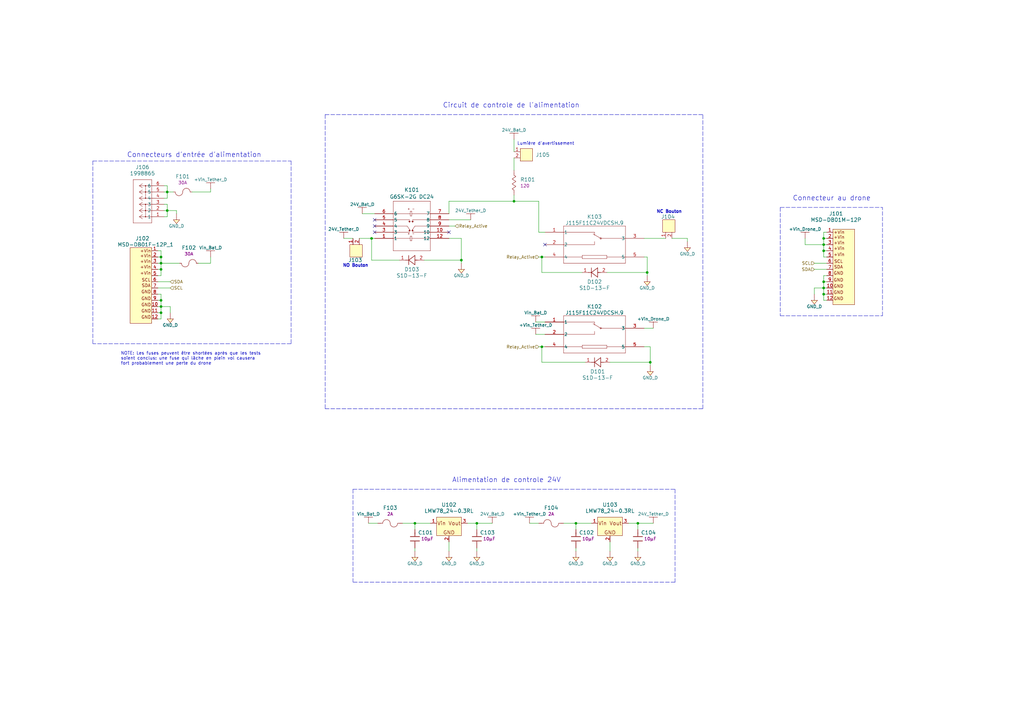
<source format=kicad_sch>
(kicad_sch (version 20230121) (generator eeschema)
  (paper "A3")
  (lib_symbols
    (symbol "Capacitors:GRM32EC72A106ME05L" (pin_numbers hide) (pin_names (offset 0) hide)
      (property "Reference" "C" (at -1.27 4.064 0))
      (property "Capacitance (Farad)" "10µF" (at -1.27 -3.048 0))
      (symbol "GRM32EC72A106ME05L_0_1"
        (polyline (pts (xy -2.54 0) (xy -2.286 0)))
        (polyline (pts (xy -2.159 1.905) (xy -2.159 -1.905)) (stroke (width 0.254)))
        (polyline (pts (xy -0.381 1.905) (xy -0.381 -1.905)) (stroke (width 0.254)))
        (polyline (pts (xy 0 0) (xy -0.254 0)))
        (polyline (pts (xy 0.635 0) (xy 1.27 0)))
      )
      (symbol "GRM32EC72A106ME05L_1_1"
        (pin passive line (at -5.08 0 0) (length 2.54) (name "1") (number "1"))
        (pin passive line (at 2.54 0 180) (length 2.54) (name "2") (number "2"))
      )
    )
    (symbol "Connectors:1998865" (pin_names (offset 0.254))
      (property "Reference" "J" (at 8.89 6.35 0))
      (property "Value" "1998865" (at 8.89 8.382 0))
      (symbol "1998865_0_1"
        (polyline (pts (xy 5.08 -15.24) (xy 12.7 -15.24)) (stroke (width 0.127)))
        (polyline (pts (xy 5.08 2.54) (xy 5.08 -15.24)) (stroke (width 0.127)))
        (polyline (pts (xy 7.62 -7.62) (xy 7.62 -12.7)) (stroke (width 0.127)))
        (polyline (pts (xy 7.62 0) (xy 7.62 -5.08)) (stroke (width 0.127)))
        (polyline (pts (xy 10.16 -12.7) (xy 5.08 -12.7)) (stroke (width 0.127)))
        (polyline (pts (xy 10.16 -12.7) (xy 8.89 -13.5467)) (stroke (width 0.127)))
        (polyline (pts (xy 10.16 -12.7) (xy 8.89 -11.8533)) (stroke (width 0.127)))
        (polyline (pts (xy 10.16 -10.16) (xy 5.08 -10.16)) (stroke (width 0.127)))
        (polyline (pts (xy 10.16 -10.16) (xy 8.89 -11.0067)) (stroke (width 0.127)))
        (polyline (pts (xy 10.16 -10.16) (xy 8.89 -9.3133)) (stroke (width 0.127)))
        (polyline (pts (xy 10.16 -7.62) (xy 5.08 -7.62)) (stroke (width 0.127)))
        (polyline (pts (xy 10.16 -7.62) (xy 8.89 -8.4667)) (stroke (width 0.127)))
        (polyline (pts (xy 10.16 -7.62) (xy 8.89 -6.7733)) (stroke (width 0.127)))
        (polyline (pts (xy 10.16 -5.08) (xy 5.08 -5.08)) (stroke (width 0.127)))
        (polyline (pts (xy 10.16 -5.08) (xy 8.89 -5.9267)) (stroke (width 0.127)))
        (polyline (pts (xy 10.16 -5.08) (xy 8.89 -4.2333)) (stroke (width 0.127)))
        (polyline (pts (xy 10.16 -2.54) (xy 5.08 -2.54)) (stroke (width 0.127)))
        (polyline (pts (xy 10.16 -2.54) (xy 8.89 -3.3867)) (stroke (width 0.127)))
        (polyline (pts (xy 10.16 -2.54) (xy 8.89 -1.6933)) (stroke (width 0.127)))
        (polyline (pts (xy 10.16 0) (xy 5.08 0)) (stroke (width 0.127)))
        (polyline (pts (xy 10.16 0) (xy 8.89 -0.8467)) (stroke (width 0.127)))
        (polyline (pts (xy 10.16 0) (xy 8.89 0.8467)) (stroke (width 0.127)))
        (polyline (pts (xy 12.7 -15.24) (xy 12.7 2.54)) (stroke (width 0.127)))
        (polyline (pts (xy 12.7 2.54) (xy 5.08 2.54)) (stroke (width 0.127)))
        (circle (center 7.62 -12.7) (radius 0.127) (stroke (width 0.254)))
        (circle (center 7.62 -10.16) (radius 0.127) (stroke (width 0.254)))
        (circle (center 7.62 -7.62) (radius 0.127) (stroke (width 0.254)))
        (circle (center 7.62 -5.08) (radius 0.127) (stroke (width 0.254)))
        (circle (center 7.62 -2.54) (radius 0.127) (stroke (width 0.254)))
        (circle (center 7.62 0) (radius 0.127) (stroke (width 0.254)))
        (pin unspecified line (at 0 0 0) (length 5.08) (name "1") (number "1"))
        (pin unspecified line (at 0 -2.54 0) (length 5.08) (name "2") (number "2"))
        (pin unspecified line (at 0 -5.08 0) (length 5.08) (name "3") (number "3"))
        (pin unspecified line (at 0 -7.62 0) (length 5.08) (name "4") (number "4"))
        (pin unspecified line (at 0 -10.16 0) (length 5.08) (name "5") (number "5"))
        (pin unspecified line (at 0 -12.7 0) (length 5.08) (name "6") (number "6"))
      )
    )
    (symbol "Connectors:64900221122" (pin_names (offset 0) hide)
      (property "Reference" "J" (at 0 5.08 0))
      (property "Value" "64900221122" (at 0 -3.81 0))
      (symbol "64900221122_0_1"
        (rectangle (start -2.54 3.81) (end 2.54 -1.27) (fill (type background)))
      )
      (symbol "64900221122_1_1"
        (pin passive line (at 5.08 0 180) (length 2.54) (name "1") (number "1"))
        (pin passive line (at 5.08 2.54 180) (length 2.54) (name "2") (number "2"))
      )
    )
    (symbol "Connectors:MSD-DB01F-12P_1" (pin_names (offset 0) hide)
      (property "Reference" "J" (at 0 34.29 0))
      (property "Value" "MSD-DB01F-12P_1" (at 0 -3.81 0))
      (symbol "MSD-DB01F-12P_1_0_1"
        (rectangle (start -7.62 31.75) (end 1.27 0.762) (fill (type background)))
      )
      (symbol "MSD-DB01F-12P_1_1_1"
        (text "+Vin" (at -1.27 21.336 0) (effects (font (size 1.27 1.27))))
        (text "+Vin" (at -1.27 23.876 0) (effects (font (size 1.27 1.27))))
        (text "+Vin" (at -1.27 26.162 0) (effects (font (size 1.27 1.27))))
        (text "+Vin" (at -1.27 28.448 0) (effects (font (size 1.27 1.27))))
        (text "+Vin" (at -1.27 30.48 0) (effects (font (size 1.27 1.27))))
        (text "GND" (at -1.016 3.302 0) (effects (font (size 1.27 1.27))))
        (text "GND" (at -1.016 5.842 0) (effects (font (size 1.27 1.27))))
        (text "GND" (at -1.016 8.382 0) (effects (font (size 1.27 1.27))))
        (text "GND" (at -1.016 10.922 0) (effects (font (size 1.27 1.27))))
        (text "GND" (at -1.016 13.716 0) (effects (font (size 1.27 1.27))))
        (text "SCL" (at -1.016 18.542 0) (effects (font (size 1.27 1.27))))
        (text "SDA" (at -1.016 16.256 0) (effects (font (size 1.27 1.27))))
        (pin passive line (at 3.81 30.48 180) (length 2.54) (name "1") (number "1"))
        (pin passive line (at 3.81 7.62 180) (length 2.54) (name "10") (number "10"))
        (pin passive line (at 3.81 5.08 180) (length 2.54) (name "11") (number "11"))
        (pin passive line (at 3.81 2.54 180) (length 2.54) (name "12") (number "12"))
        (pin passive line (at 3.81 27.94 180) (length 2.54) (name "2") (number "2"))
        (pin passive line (at 3.81 25.4 180) (length 2.54) (name "3") (number "3"))
        (pin passive line (at 3.81 22.86 180) (length 2.54) (name "4") (number "4"))
        (pin passive line (at 3.81 20.32 180) (length 2.54) (name "5") (number "5"))
        (pin passive line (at 3.81 17.78 180) (length 2.54) (name "6") (number "6"))
        (pin passive line (at 3.81 15.24 180) (length 2.54) (name "7") (number "7"))
        (pin passive line (at 3.81 12.7 180) (length 2.54) (name "8") (number "8"))
        (pin passive line (at 3.81 10.16 180) (length 2.54) (name "9") (number "9"))
      )
    )
    (symbol "Connectors:MSD-DB01M-12P" (pin_names (offset 0) hide)
      (property "Reference" "J" (at 0 34.29 0))
      (property "Value" "MSD-DB01M-12P" (at 0 -3.81 0))
      (symbol "MSD-DB01M-12P_0_1"
        (rectangle (start -7.62 31.75) (end 1.27 0.762) (fill (type background)))
      )
      (symbol "MSD-DB01M-12P_1_1"
        (text "+Vin" (at -1.27 21.336 0) (effects (font (size 1.27 1.27))))
        (text "+Vin" (at -1.27 23.876 0) (effects (font (size 1.27 1.27))))
        (text "+Vin" (at -1.27 26.162 0) (effects (font (size 1.27 1.27))))
        (text "+Vin" (at -1.27 28.448 0) (effects (font (size 1.27 1.27))))
        (text "+Vin" (at -1.27 30.48 0) (effects (font (size 1.27 1.27))))
        (text "GND" (at -1.016 3.302 0) (effects (font (size 1.27 1.27))))
        (text "GND" (at -1.016 5.842 0) (effects (font (size 1.27 1.27))))
        (text "GND" (at -1.016 8.382 0) (effects (font (size 1.27 1.27))))
        (text "GND" (at -1.016 10.922 0) (effects (font (size 1.27 1.27))))
        (text "GND" (at -1.016 13.716 0) (effects (font (size 1.27 1.27))))
        (text "SCL" (at -1.016 18.542 0) (effects (font (size 1.27 1.27))))
        (text "SDA" (at -1.016 16.256 0) (effects (font (size 1.27 1.27))))
        (pin passive line (at 3.81 30.48 180) (length 2.54) (name "1") (number "1"))
        (pin passive line (at 3.81 7.62 180) (length 2.54) (name "10") (number "10"))
        (pin passive line (at 3.81 5.08 180) (length 2.54) (name "11") (number "11"))
        (pin passive line (at 3.81 2.54 180) (length 2.54) (name "12") (number "12"))
        (pin passive line (at 3.81 27.94 180) (length 2.54) (name "2") (number "2"))
        (pin passive line (at 3.81 25.4 180) (length 2.54) (name "3") (number "3"))
        (pin passive line (at 3.81 22.86 180) (length 2.54) (name "4") (number "4"))
        (pin passive line (at 3.81 20.32 180) (length 2.54) (name "5") (number "5"))
        (pin passive line (at 3.81 17.78 180) (length 2.54) (name "6") (number "6"))
        (pin passive line (at 3.81 15.24 180) (length 2.54) (name "7") (number "7"))
        (pin passive line (at 3.81 12.7 180) (length 2.54) (name "8") (number "8"))
        (pin passive line (at 3.81 10.16 180) (length 2.54) (name "9") (number "9"))
      )
    )
    (symbol "Diodes:S1D-13-F" (pin_names (offset 0.254))
      (property "Reference" "D" (at 5.08 4.445 0))
      (property "Value" "S1D-13-F" (at 5.08 -3.81 0))
      (symbol "S1D-13-F_1_1"
        (polyline (pts (xy 2.54 0) (xy 3.4798 0)) (stroke (width 0.2032)))
        (polyline (pts (xy 3.175 0) (xy 3.81 0)) (stroke (width 0.2032)))
        (polyline (pts (xy 3.81 -1.905) (xy 6.35 0)) (stroke (width 0.2032)))
        (polyline (pts (xy 3.81 1.905) (xy 3.81 -1.905)) (stroke (width 0.2032)))
        (polyline (pts (xy 6.35 -1.905) (xy 6.35 1.905)) (stroke (width 0.2032)))
        (polyline (pts (xy 6.35 0) (xy 3.81 1.905)) (stroke (width 0.2032)))
        (polyline (pts (xy 6.35 0) (xy 7.62 0)) (stroke (width 0.2032)))
        (pin unspecified line (at 10.16 0 180) (length 2.54) (name "") (number "1"))
        (pin unspecified line (at 0 0 0) (length 2.54) (name "") (number "2"))
      )
      (symbol "S1D-13-F_1_2"
        (polyline (pts (xy -1.905 3.81) (xy 1.905 3.81)) (stroke (width 0.2032)))
        (polyline (pts (xy 0 2.54) (xy 0 3.4798)) (stroke (width 0.2032)))
        (polyline (pts (xy 0 3.175) (xy 0 3.81)) (stroke (width 0.2032)))
        (polyline (pts (xy 0 6.35) (xy -1.905 3.81)) (stroke (width 0.2032)))
        (polyline (pts (xy 0 6.35) (xy 0 7.62)) (stroke (width 0.2032)))
        (polyline (pts (xy 1.905 3.81) (xy 0 6.35)) (stroke (width 0.2032)))
        (polyline (pts (xy 1.905 6.35) (xy -1.905 6.35)) (stroke (width 0.2032)))
        (pin unspecified line (at 0 10.16 270) (length 2.54) (name "") (number "1"))
        (pin unspecified line (at 0 0 90) (length 2.54) (name "") (number "2"))
      )
    )
    (symbol "Fuses:047706.3MRET1P" (pin_numbers hide) (pin_names (offset 0) hide)
      (property "Reference" "F" (at 0 2.794 0))
      (property "Current Rating (A)" "6.3A" (at 0 -2.54 0))
      (symbol "047706.3MRET1P_0_1"
        (arc (start 0 0) (mid 1.524 -1.5174) (end 3.048 0))
      )
      (symbol "047706.3MRET1P_1_1"
        (arc (start 0 0) (mid -1.524 1.5174) (end -3.048 0))
        (pin passive line (at -3.81 0 0) (length 0.762) (name "~") (number "1"))
        (pin passive line (at 3.81 0 180) (length 0.762) (name "~") (number "2"))
      )
    )
    (symbol "Fuses:0698Q2000-02" (pin_numbers hide) (pin_names (offset 0) hide)
      (property "Reference" "F" (at 0 2.794 0))
      (property "Current Rating (A)" "2A" (at 0 -2.54 0))
      (symbol "0698Q2000-02_0_1"
        (rectangle (start -3.81 0) (end -3.048 0) (fill (type background)))
        (arc (start 0 0) (mid 1.524 -1.5174) (end 3.048 0))
        (rectangle (start 3.048 0) (end 3.81 0) (fill (type background)))
      )
      (symbol "0698Q2000-02_1_1"
        (arc (start 0 0) (mid -1.524 1.5174) (end -3.048 0))
        (pin passive line (at -5.08 0 0) (length 1.27) (name "1") (number "1"))
        (pin passive line (at 5.08 0 180) (length 1.27) (name "2") (number "2"))
      )
    )
    (symbol "PMIC:LMW78_24-0.3RL" (pin_names (offset 0) hide)
      (property "Reference" "U" (at 0 3.81 0))
      (property "Value" "LMW78_24-0.3RL" (at 0 -10.16 0))
      (symbol "LMW78_24-0.3RL_0_0"
        (text "GND" (at 0 -3.81 0) (effects (font (size 1.524 1.524))))
        (text "Vin" (at -3.048 0 0) (effects (font (size 1.524 1.524))))
        (text "Vout" (at 2.286 0 0) (effects (font (size 1.524 1.524))))
      )
      (symbol "LMW78_24-0.3RL_0_1"
        (rectangle (start -5.08 -5.08) (end 5.08 2.54) (fill (type background)))
      )
      (symbol "LMW78_24-0.3RL_1_1"
        (pin input line (at -7.62 0 0) (length 2.54) (name "Vin") (number "1"))
        (pin input line (at 0 -7.62 90) (length 2.54) (name "GND") (number "2"))
        (pin input line (at 7.62 0 180) (length 2.54) (name "Vout") (number "3"))
      )
    )
    (symbol "Power_Port:+24V_Bat_D" (power) (pin_numbers hide) (pin_names (offset 0) hide)
      (property "Value" "+24V_Bat_D" (at -0.254 3.556 0))
      (symbol "+24V_Bat_D_0_1"
        (polyline (pts (xy -1.778 2.54) (xy 0 2.54)))
        (polyline (pts (xy 0 0) (xy 0 2.54)))
        (polyline (pts (xy 0 2.54) (xy 1.778 2.54)))
      )
      (symbol "+24V_Bat_D_1_1"
        (pin power_in line (at 0 0 90) (length 0) hide (name "24V_Bat_D") (number "1"))
      )
    )
    (symbol "Power_Port:+24V_Tether_D" (power) (pin_numbers hide) (pin_names (offset 0) hide)
      (property "Value" "+24V_Tether_D" (at -0.254 3.556 0))
      (symbol "+24V_Tether_D_0_1"
        (polyline (pts (xy -1.778 2.54) (xy 0 2.54)))
        (polyline (pts (xy 0 0) (xy 0 2.54)))
        (polyline (pts (xy 0 2.54) (xy 1.778 2.54)))
      )
      (symbol "+24V_Tether_D_1_1"
        (pin power_in line (at 0 0 90) (length 0) hide (name "24V_Tether_D") (number "1"))
      )
    )
    (symbol "Power_Port:+Vin_Bat_D" (power) (pin_numbers hide) (pin_names (offset 0) hide)
      (property "Value" "+Vin_Bat_D" (at -0.254 3.556 0))
      (symbol "+Vin_Bat_D_0_1"
        (polyline (pts (xy -1.778 2.54) (xy 0 2.54)))
        (polyline (pts (xy 0 0) (xy 0 2.54)))
        (polyline (pts (xy 0 2.54) (xy 1.778 2.54)))
      )
      (symbol "+Vin_Bat_D_1_1"
        (pin power_in line (at 0 0 90) (length 0) hide (name "Vin_Bat_D") (number "1"))
      )
    )
    (symbol "Power_Port:+Vin_Drone_D" (power) (pin_numbers hide) (pin_names (offset 0) hide)
      (property "Value" "+Vin_Drone_D" (at -0.254 3.556 0))
      (symbol "+Vin_Drone_D_0_1"
        (polyline (pts (xy -1.778 2.54) (xy 0 2.54)))
        (polyline (pts (xy 0 0) (xy 0 2.54)))
        (polyline (pts (xy 0 2.54) (xy 1.778 2.54)))
      )
      (symbol "+Vin_Drone_D_1_1"
        (pin power_in line (at 0 0 90) (length 0) hide (name "+Vin_Drone_D") (number "1"))
      )
    )
    (symbol "Power_Port:+Vin_Tether_D" (power) (pin_numbers hide) (pin_names (offset 0) hide)
      (property "Value" "+Vin_Tether_D" (at -0.254 3.556 0))
      (symbol "+Vin_Tether_D_0_1"
        (polyline (pts (xy -1.778 2.54) (xy 0 2.54)))
        (polyline (pts (xy 0 0) (xy 0 2.54)))
        (polyline (pts (xy 0 2.54) (xy 1.778 2.54)))
      )
      (symbol "+Vin_Tether_D_1_1"
        (pin power_in line (at 0 0 90) (length 0) hide (name "+Vin_Tether_D") (number "1"))
      )
    )
    (symbol "Power_Port:GND_D" (power) (pin_numbers hide) (pin_names (offset 0) hide)
      (property "Value" "GND_D" (at 0 -2.54 0))
      (symbol "GND_D_0_1"
        (polyline (pts (xy 0 0) (xy 1.27 0)))
        (polyline (pts (xy -1.27 0) (xy 0 -1.524) (xy 1.27 0)) (fill (type background)))
        (polyline (pts (xy 0 2.54) (xy 0 0) (xy -1.27 0)))
      )
      (symbol "GND_D_1_1"
        (pin power_in line (at 0 2.54 90) (length 0) hide (name "GND_D") (number "1"))
      )
    )
    (symbol "Relays:G6SK-2G_DC24" (pin_names (offset 0.254))
      (property "Reference" "K" (at 15.24 10.16 0))
      (property "Value" "G6SK-2G DC24" (at 16.256 8.128 0))
      (symbol "G6SK-2G_DC24_0_1"
        (polyline (pts (xy 7.62 -15.24) (xy 22.86 -15.24)) (stroke (width 0.127)))
        (polyline (pts (xy 7.62 -7.62) (xy 14.2875 -7.62)) (stroke (width 0.127)))
        (polyline (pts (xy 7.62 -2.54) (xy 14.2875 -2.54)) (stroke (width 0.127)))
        (polyline (pts (xy 7.62 5.08) (xy 7.62 -15.24)) (stroke (width 0.127)))
        (polyline (pts (xy 13.335 -5.08) (xy 7.62 -5.08)) (stroke (width 0.127)))
        (polyline (pts (xy 13.97 -11.7475) (xy 13.97 -12.3825)) (stroke (width 0.127)))
        (polyline (pts (xy 13.97 -6.985) (xy 14.2875 -6.6675)) (stroke (width 0.127)))
        (polyline (pts (xy 13.97 -6.985) (xy 14.605 -6.985)) (stroke (width 0.127)))
        (polyline (pts (xy 13.97 -3.175) (xy 14.2875 -3.4925)) (stroke (width 0.127)))
        (polyline (pts (xy 13.97 -3.175) (xy 14.605 -3.175)) (stroke (width 0.127)))
        (polyline (pts (xy 13.97 -1.5875) (xy 13.97 -2.2225)) (stroke (width 0.127)))
        (polyline (pts (xy 14.2875 -12.065) (xy 13.6525 -12.065)) (stroke (width 0.127)))
        (polyline (pts (xy 14.2875 -7.62) (xy 14.2875 -6.985)) (stroke (width 0.127)))
        (polyline (pts (xy 14.2875 -6.6675) (xy 14.605 -6.985)) (stroke (width 0.127)))
        (polyline (pts (xy 14.2875 -3.4925) (xy 14.605 -3.175)) (stroke (width 0.127)))
        (polyline (pts (xy 14.2875 -2.54) (xy 14.2875 -3.175)) (stroke (width 0.127)))
        (polyline (pts (xy 14.2875 -1.905) (xy 13.6525 -1.905)) (stroke (width 0.127)))
        (polyline (pts (xy 14.605 -11.1125) (xy 15.24 -11.1125)) (stroke (width 0.127)))
        (polyline (pts (xy 14.605 -10.16) (xy 7.62 -10.16)) (stroke (width 0.127)))
        (polyline (pts (xy 14.605 -9.2075) (xy 14.605 -11.1125)) (stroke (width 0.127)))
        (polyline (pts (xy 14.605 -9.2075) (xy 15.24 -9.2075)) (stroke (width 0.127)))
        (polyline (pts (xy 14.605 -3.175) (xy 13.335 -5.08)) (stroke (width 0.127)))
        (polyline (pts (xy 14.605 -0.9525) (xy 15.24 -0.9525)) (stroke (width 0.127)))
        (polyline (pts (xy 14.605 0) (xy 7.62 0)) (stroke (width 0.127)))
        (polyline (pts (xy 14.605 0.9525) (xy 14.605 -0.9525)) (stroke (width 0.127)))
        (polyline (pts (xy 14.605 0.9525) (xy 15.24 0.9525)) (stroke (width 0.127)))
        (polyline (pts (xy 15.24 -10.16) (xy 22.86 -10.16)) (stroke (width 0.127)))
        (polyline (pts (xy 15.24 -9.2075) (xy 15.24 -11.1125)) (stroke (width 0.127)))
        (polyline (pts (xy 15.24 -3.175) (xy 16.51 -5.08)) (stroke (width 0.127)))
        (polyline (pts (xy 15.24 0) (xy 22.86 0)) (stroke (width 0.127)))
        (polyline (pts (xy 15.24 0.9525) (xy 15.24 -0.9525)) (stroke (width 0.127)))
        (polyline (pts (xy 15.5575 -12.065) (xy 16.1925 -12.065)) (stroke (width 0.127)))
        (polyline (pts (xy 15.5575 -7.62) (xy 15.5575 -6.985)) (stroke (width 0.127)))
        (polyline (pts (xy 15.5575 -6.6675) (xy 15.24 -6.985)) (stroke (width 0.127)))
        (polyline (pts (xy 15.5575 -3.4925) (xy 15.24 -3.175)) (stroke (width 0.127)))
        (polyline (pts (xy 15.5575 -2.54) (xy 15.5575 -3.175)) (stroke (width 0.127)))
        (polyline (pts (xy 15.5575 -1.905) (xy 16.1925 -1.905)) (stroke (width 0.127)))
        (polyline (pts (xy 15.875 -6.985) (xy 15.24 -6.985)) (stroke (width 0.127)))
        (polyline (pts (xy 15.875 -6.985) (xy 15.5575 -6.6675)) (stroke (width 0.127)))
        (polyline (pts (xy 15.875 -3.175) (xy 15.24 -3.175)) (stroke (width 0.127)))
        (polyline (pts (xy 15.875 -3.175) (xy 15.5575 -3.4925)) (stroke (width 0.127)))
        (polyline (pts (xy 16.51 -5.08) (xy 22.86 -5.08)) (stroke (width 0.127)))
        (polyline (pts (xy 22.86 -15.24) (xy 22.86 5.08)) (stroke (width 0.127)))
        (polyline (pts (xy 22.86 -7.62) (xy 15.5575 -7.62)) (stroke (width 0.127)))
        (polyline (pts (xy 22.86 -2.54) (xy 15.5575 -2.54)) (stroke (width 0.127)))
        (polyline (pts (xy 22.86 5.08) (xy 7.62 5.08)) (stroke (width 0.127)))
        (polyline (pts (xy 13.97 -6.985) (xy 14.2875 -6.6675) (xy 14.605 -6.985)) (fill (type outline)))
        (polyline (pts (xy 13.97 -3.175) (xy 14.605 -3.175) (xy 14.2875 -3.4925)) (fill (type outline)))
        (polyline (pts (xy 15.875 -6.985) (xy 15.5575 -6.6675) (xy 15.24 -6.985)) (fill (type outline)))
        (polyline (pts (xy 15.875 -3.175) (xy 15.24 -3.175) (xy 15.5575 -3.4925)) (fill (type outline)))
        (pin unspecified line (at 0 0 0) (length 7.62) (name "1") (number "1"))
        (pin unspecified line (at 30.48 -2.54 180) (length 7.62) (name "10") (number "10"))
        (pin unspecified line (at 30.48 0 180) (length 7.62) (name "12") (number "12"))
        (pin unspecified line (at 0 -2.54 0) (length 7.62) (name "3") (number "3"))
        (pin unspecified line (at 0 -5.08 0) (length 7.62) (name "4") (number "4"))
        (pin unspecified line (at 0 -7.62 0) (length 7.62) (name "5") (number "5"))
        (pin unspecified line (at 0 -10.16 0) (length 7.62) (name "6") (number "6"))
        (pin unspecified line (at 30.48 -10.16 180) (length 7.62) (name "7") (number "7"))
        (pin unspecified line (at 30.48 -7.62 180) (length 7.62) (name "8") (number "8"))
        (pin unspecified line (at 30.48 -5.08 180) (length 7.62) (name "9") (number "9"))
      )
    )
    (symbol "Relays:J115F11C24VDCSH.9" (pin_names (offset 0.254))
      (property "Reference" "K" (at 20.32 7.62 0))
      (property "Value" "J115F11C24VDCSH.9" (at 20.32 5.08 0))
      (symbol "J115F11C24VDCSH.9_0_1"
        (polyline (pts (xy 7.62 -12.7) (xy 33.02 -12.7)) (stroke (width 0.127)))
        (polyline (pts (xy 7.62 -10.16) (xy 15.24 -10.16)) (stroke (width 0.127)))
        (polyline (pts (xy 7.62 -5.08) (xy 20.32 -5.08)) (stroke (width 0.127)))
        (polyline (pts (xy 7.62 0) (xy 20.32 0)) (stroke (width 0.127)))
        (polyline (pts (xy 7.62 2.54) (xy 7.62 -12.7)) (stroke (width 0.127)))
        (polyline (pts (xy 15.24 -9.525) (xy 15.24 -10.795)) (stroke (width 0.127)))
        (polyline (pts (xy 15.24 -9.525) (xy 25.4 -9.525)) (stroke (width 0.127)))
        (polyline (pts (xy 20.32 -3.81) (xy 20.32 -5.08)) (stroke (width 0.127)))
        (polyline (pts (xy 20.32 0) (xy 20.32 -1.27)) (stroke (width 0.127)))
        (polyline (pts (xy 22.86 -2.54) (xy 19.685 -0.635)) (stroke (width 0.127)))
        (polyline (pts (xy 25.4 -10.795) (xy 15.24 -10.795)) (stroke (width 0.127)))
        (polyline (pts (xy 25.4 -9.525) (xy 25.4 -10.795)) (stroke (width 0.127)))
        (polyline (pts (xy 33.02 -12.7) (xy 33.02 2.54)) (stroke (width 0.127)))
        (polyline (pts (xy 33.02 -10.16) (xy 25.4 -10.16)) (stroke (width 0.127)))
        (polyline (pts (xy 33.02 -2.54) (xy 22.86 -2.54)) (stroke (width 0.127)))
        (polyline (pts (xy 33.02 2.54) (xy 7.62 2.54)) (stroke (width 0.127)))
        (circle (center 22.86 -2.54) (radius 0.3048) (stroke (width 0.127)))
        (pin unspecified line (at 0 0 0) (length 7.62) (name "1") (number "1"))
        (pin unspecified line (at 0 -5.08 0) (length 7.62) (name "2") (number "2"))
        (pin unspecified line (at 40.64 -2.54 180) (length 7.62) (name "3") (number "3"))
        (pin unspecified line (at 0 -10.16 0) (length 7.62) (name "4") (number "4"))
        (pin unspecified line (at 40.64 -10.16 180) (length 7.62) (name "5") (number "5"))
      )
    )
    (symbol "Resistors:RC1206JR-07120RL" (pin_numbers hide) (pin_names (offset 0) hide)
      (property "Reference" "R" (at 0 2.032 0))
      (property "Resistance (Ohms)" "120" (at 0 -1.778 0))
      (symbol "RC1206JR-07120RL_0_1"
        (rectangle (start -3.048 0) (end -3.81 0))
        (polyline (pts (xy -3.048 0) (xy -2.54 0.762) (xy -2.032 0) (xy -1.524 -0.762) (xy -1.016 0) (xy -0.508 0.762) (xy 0 0) (xy 0.508 -0.762) (xy 1.016 0) (xy 1.524 0.762) (xy 2.032 0) (xy 2.54 -0.762) (xy 3.048 0)))
        (rectangle (start 3.81 0) (end 3.048 0))
      )
      (symbol "RC1206JR-07120RL_1_1"
        (pin passive line (at -5.08 0 0) (length 1.27) (name "1") (number "1"))
        (pin passive line (at 5.08 0 180) (length 1.27) (name "2") (number "2"))
      )
    )
  )
  (junction (at 66.04 105.41))
  (junction (at 66.04 125.73))
  (junction (at 337.82 97.79))
  (junction (at 66.04 110.49))
  (junction (at 210.82 82.55))
  (junction (at 170.18 214.63))
  (junction (at 195.58 214.63))
  (junction (at 337.82 115.57))
  (junction (at 337.82 118.11))
  (junction (at 261.62 214.63))
  (junction (at 337.82 100.33))
  (junction (at 66.04 107.95))
  (junction (at 222.25 105.41))
  (junction (at 68.58 86.36))
  (junction (at 66.04 128.27))
  (junction (at 68.58 78.74))
  (junction (at 189.23 106.68))
  (junction (at 265.43 111.76))
  (junction (at 266.7 148.59))
  (junction (at 222.25 142.24))
  (junction (at 236.22 214.63))
  (junction (at 337.82 102.87))
  (junction (at 66.04 123.19))
  (junction (at 337.82 120.65))
  (junction (at 152.4 97.79))
  (no_connect (at 153.67 92.71))
  (no_connect (at 153.67 95.25))
  (no_connect (at 184.15 95.25))
  (no_connect (at 223.52 100.33))
  (no_connect (at 153.67 90.17))
  (wire (pts (xy 220.98 142.24) (xy 222.25 142.24)))
  (wire (pts (xy 250.19 222.25) (xy 250.19 226.06)))
  (wire (pts (xy 265.43 105.41) (xy 265.43 111.76)))
  (wire (pts (xy 66.04 107.95) (xy 73.66 107.95)))
  (wire (pts (xy 337.82 120.65) (xy 337.82 118.11)))
  (wire (pts (xy 66.04 123.19) (xy 64.77 123.19)))
  (wire (pts (xy 66.04 113.03) (xy 66.04 110.49)))
  (wire (pts (xy 193.04 90.17) (xy 184.15 90.17)))
  (wire (pts (xy 222.25 111.76) (xy 222.25 105.41)))
  (wire (pts (xy 66.04 105.41) (xy 64.77 105.41)))
  (wire (pts (xy 339.09 123.19) (xy 337.82 123.19)))
  (wire (pts (xy 191.77 214.63) (xy 195.58 214.63)))
  (wire (pts (xy 184.15 82.55) (xy 184.15 87.63)))
  (wire (pts (xy 195.58 214.63) (xy 195.58 217.17)))
  (wire (pts (xy 330.2 100.33) (xy 330.2 97.79)))
  (wire (pts (xy 210.82 80.01) (xy 210.82 82.55)))
  (wire (pts (xy 217.17 214.63) (xy 220.98 214.63)))
  (wire (pts (xy 261.62 214.63) (xy 261.62 217.17)))
  (wire (pts (xy 152.4 97.79) (xy 153.67 97.79)))
  (wire (pts (xy 337.82 118.11) (xy 337.82 115.57)))
  (polyline (pts (xy 38.1 66.04) (xy 38.1 140.97)) (stroke (width 0) (type dash)))
  (wire (pts (xy 67.31 88.9) (xy 68.58 88.9)))
  (wire (pts (xy 339.09 105.41) (xy 337.82 105.41)))
  (polyline (pts (xy 320.04 129.54) (xy 361.95 129.54)) (stroke (width 0) (type dash)))
  (wire (pts (xy 66.04 105.41) (xy 66.04 102.87)))
  (wire (pts (xy 337.82 105.41) (xy 337.82 102.87)))
  (wire (pts (xy 337.82 118.11) (xy 334.01 118.11)))
  (wire (pts (xy 339.09 97.79) (xy 337.82 97.79)))
  (wire (pts (xy 189.23 97.79) (xy 184.15 97.79)))
  (wire (pts (xy 67.31 81.28) (xy 68.58 81.28)))
  (wire (pts (xy 66.04 120.65) (xy 64.77 120.65)))
  (wire (pts (xy 189.23 97.79) (xy 189.23 106.68)))
  (wire (pts (xy 210.82 64.77) (xy 210.82 69.85)))
  (wire (pts (xy 184.15 222.25) (xy 184.15 226.06)))
  (wire (pts (xy 66.04 130.81) (xy 66.04 128.27)))
  (wire (pts (xy 153.67 87.63) (xy 148.59 87.63)))
  (wire (pts (xy 248.92 111.76) (xy 265.43 111.76)))
  (wire (pts (xy 64.77 113.03) (xy 66.04 113.03)))
  (wire (pts (xy 265.43 113.03) (xy 265.43 111.76)))
  (wire (pts (xy 210.82 57.15) (xy 210.82 62.23)))
  (wire (pts (xy 152.4 97.79) (xy 152.4 106.68)))
  (wire (pts (xy 219.71 132.08) (xy 223.52 132.08)))
  (wire (pts (xy 339.09 100.33) (xy 337.82 100.33)))
  (wire (pts (xy 337.82 115.57) (xy 339.09 115.57)))
  (wire (pts (xy 69.85 128.27) (xy 69.85 125.73)))
  (polyline (pts (xy 288.29 167.64) (xy 288.29 46.99)) (stroke (width 0) (type dash)))
  (wire (pts (xy 337.82 118.11) (xy 339.09 118.11)))
  (wire (pts (xy 264.16 142.24) (xy 266.7 142.24)))
  (wire (pts (xy 64.77 115.57) (xy 69.85 115.57)))
  (wire (pts (xy 337.82 102.87) (xy 337.82 100.33)))
  (wire (pts (xy 275.59 97.79) (xy 281.94 97.79)))
  (wire (pts (xy 66.04 102.87) (xy 64.77 102.87)))
  (wire (pts (xy 220.98 105.41) (xy 222.25 105.41)))
  (wire (pts (xy 337.82 115.57) (xy 337.82 113.03)))
  (wire (pts (xy 250.19 148.59) (xy 266.7 148.59)))
  (wire (pts (xy 170.18 224.79) (xy 170.18 226.06)))
  (polyline (pts (xy 320.04 85.09) (xy 320.04 129.54)) (stroke (width 0) (type dash)))
  (wire (pts (xy 236.22 224.79) (xy 236.22 226.06)))
  (wire (pts (xy 337.82 113.03) (xy 339.09 113.03)))
  (wire (pts (xy 257.81 214.63) (xy 261.62 214.63)))
  (wire (pts (xy 236.22 214.63) (xy 242.57 214.63)))
  (wire (pts (xy 267.97 134.62) (xy 264.16 134.62)))
  (wire (pts (xy 266.7 149.86) (xy 266.7 148.59)))
  (wire (pts (xy 240.03 148.59) (xy 222.25 148.59)))
  (polyline (pts (xy 276.86 200.66) (xy 276.86 238.76)) (stroke (width 0) (type dash)))
  (wire (pts (xy 147.32 97.79) (xy 152.4 97.79)))
  (wire (pts (xy 339.09 110.49) (xy 334.01 110.49)))
  (wire (pts (xy 184.15 82.55) (xy 210.82 82.55)))
  (wire (pts (xy 165.1 214.63) (xy 170.18 214.63)))
  (wire (pts (xy 337.82 120.65) (xy 339.09 120.65)))
  (wire (pts (xy 66.04 125.73) (xy 66.04 123.19)))
  (wire (pts (xy 339.09 102.87) (xy 337.82 102.87)))
  (wire (pts (xy 220.98 95.25) (xy 223.52 95.25)))
  (wire (pts (xy 68.58 78.74) (xy 68.58 76.2)))
  (polyline (pts (xy 320.04 85.09) (xy 361.95 85.09)) (stroke (width 0) (type dash)))
  (wire (pts (xy 67.31 78.74) (xy 68.58 78.74)))
  (wire (pts (xy 195.58 224.79) (xy 195.58 226.06)))
  (wire (pts (xy 78.74 78.74) (xy 86.36 78.74)))
  (wire (pts (xy 151.13 214.63) (xy 154.94 214.63)))
  (wire (pts (xy 68.58 81.28) (xy 68.58 78.74)))
  (wire (pts (xy 64.77 130.81) (xy 66.04 130.81)))
  (wire (pts (xy 236.22 217.17) (xy 236.22 214.63)))
  (polyline (pts (xy 133.35 46.99) (xy 288.29 46.99)) (stroke (width 0) (type dash)))
  (wire (pts (xy 152.4 106.68) (xy 163.83 106.68)))
  (wire (pts (xy 66.04 107.95) (xy 64.77 107.95)))
  (wire (pts (xy 266.7 142.24) (xy 266.7 148.59)))
  (wire (pts (xy 68.58 76.2) (xy 67.31 76.2)))
  (polyline (pts (xy 119.38 66.04) (xy 119.38 140.97)) (stroke (width 0) (type dash)))
  (wire (pts (xy 69.85 125.73) (xy 66.04 125.73)))
  (polyline (pts (xy 276.86 238.76) (xy 144.78 238.76)) (stroke (width 0) (type dash)))
  (wire (pts (xy 195.58 214.63) (xy 201.93 214.63)))
  (wire (pts (xy 220.98 82.55) (xy 220.98 95.25)))
  (wire (pts (xy 334.01 118.11) (xy 334.01 120.65)))
  (polyline (pts (xy 119.38 140.97) (xy 38.1 140.97)) (stroke (width 0) (type dash)))
  (polyline (pts (xy 144.78 200.66) (xy 144.78 238.76)) (stroke (width 0) (type dash)))
  (wire (pts (xy 86.36 107.95) (xy 81.28 107.95)))
  (wire (pts (xy 231.14 214.63) (xy 236.22 214.63)))
  (wire (pts (xy 337.82 97.79) (xy 337.82 95.25)))
  (wire (pts (xy 261.62 224.79) (xy 261.62 226.06)))
  (wire (pts (xy 238.76 111.76) (xy 222.25 111.76)))
  (polyline (pts (xy 361.95 129.54) (xy 361.95 85.09)) (stroke (width 0) (type dash)))
  (wire (pts (xy 337.82 123.19) (xy 337.82 120.65)))
  (wire (pts (xy 66.04 128.27) (xy 66.04 125.73)))
  (wire (pts (xy 264.16 97.79) (xy 273.05 97.79)))
  (wire (pts (xy 219.71 137.16) (xy 223.52 137.16)))
  (wire (pts (xy 66.04 110.49) (xy 66.04 107.95)))
  (wire (pts (xy 281.94 97.79) (xy 281.94 99.06)))
  (wire (pts (xy 330.2 100.33) (xy 337.82 100.33)))
  (wire (pts (xy 68.58 86.36) (xy 67.31 86.36)))
  (wire (pts (xy 66.04 128.27) (xy 64.77 128.27)))
  (wire (pts (xy 86.36 78.74) (xy 86.36 77.47)))
  (wire (pts (xy 68.58 83.82) (xy 67.31 83.82)))
  (wire (pts (xy 184.15 92.71) (xy 186.69 92.71)))
  (wire (pts (xy 222.25 142.24) (xy 223.52 142.24)))
  (wire (pts (xy 222.25 105.41) (xy 223.52 105.41)))
  (wire (pts (xy 66.04 125.73) (xy 64.77 125.73)))
  (wire (pts (xy 222.25 148.59) (xy 222.25 142.24)))
  (wire (pts (xy 66.04 123.19) (xy 66.04 120.65)))
  (wire (pts (xy 72.39 87.63) (xy 72.39 86.36)))
  (wire (pts (xy 173.99 106.68) (xy 189.23 106.68)))
  (wire (pts (xy 68.58 86.36) (xy 68.58 83.82)))
  (wire (pts (xy 66.04 110.49) (xy 64.77 110.49)))
  (wire (pts (xy 170.18 214.63) (xy 176.53 214.63)))
  (wire (pts (xy 68.58 88.9) (xy 68.58 86.36)))
  (polyline (pts (xy 38.1 66.04) (xy 119.38 66.04)) (stroke (width 0) (type dash)))
  (wire (pts (xy 68.58 78.74) (xy 71.12 78.74)))
  (wire (pts (xy 210.82 82.55) (xy 220.98 82.55)))
  (wire (pts (xy 189.23 106.68) (xy 189.23 107.95)))
  (polyline (pts (xy 144.78 200.66) (xy 276.86 200.66)) (stroke (width 0) (type dash)))
  (wire (pts (xy 339.09 95.25) (xy 337.82 95.25)))
  (wire (pts (xy 170.18 217.17) (xy 170.18 214.63)))
  (wire (pts (xy 64.77 118.11) (xy 69.85 118.11)))
  (wire (pts (xy 261.62 214.63) (xy 267.97 214.63)))
  (wire (pts (xy 86.36 105.41) (xy 86.36 107.95)))
  (wire (pts (xy 339.09 107.95) (xy 334.01 107.95)))
  (wire (pts (xy 66.04 107.95) (xy 66.04 105.41)))
  (wire (pts (xy 265.43 105.41) (xy 264.16 105.41)))
  (wire (pts (xy 72.39 86.36) (xy 68.58 86.36)))
  (wire (pts (xy 144.78 97.79) (xy 140.97 97.79)))
  (wire (pts (xy 337.82 100.33) (xy 337.82 97.79)))
  (polyline (pts (xy 133.35 46.99) (xy 133.35 167.64)) (stroke (width 0) (type dash)))
  (polyline (pts (xy 133.35 167.64) (xy 288.29 167.64)) (stroke (width 0) (type dash)))
  (text "Lumière d'avertissement" (at 212.09 59.69 0) (effects (font (size 1.27 1.27)) (justify left bottom)))
  (text "NOTE: Les fuses peuvent être shortées après que les tests\nsoient conclus: une fuse qui lâche en plein vol causera\nfort probablement une perte du drone" (at 49.53 149.86 0) (effects (font (size 1.27 1.27)) (justify left bottom)))
  (text "Alimentation de controle 24V" (at 185.42 198.12 0) (effects (font (size 2 2)) (justify left bottom)))
  (text "NO Bouton\n\n" (at 151.13 111.76 0) (effects (font (size 1.27 1.27) (thickness 0.254) bold) (justify right bottom)))
  (text "Connecteur au drone" (at 325.12 82.55 0) (effects (font (size 2 2)) (justify left bottom)))
  (text "Circuit de controle de l'alimentation" (at 181.61 44.45 0) (effects (font (size 2 2)) (justify left bottom)))
  (text "NC Bouton\n" (at 269.24 87.63 0) (effects (font (size 1.27 1.27) (thickness 0.254) bold) (justify left bottom)))
  (text "Connecteurs d'entrée d'alimentation" (at 52.07 64.77 0) (effects (font (size 2 2)) (justify left bottom)))
  (hierarchical_label "Relay_Active" (shape input) (at 220.98 142.24 180))
  (hierarchical_label "SDA" (shape input) (at 334.01 110.49 180))
  (hierarchical_label "Relay_Active" (shape input) (at 220.98 105.41 180))
  (hierarchical_label "Relay_Active" (shape input) (at 186.69 92.71 0))
  (hierarchical_label "SDA" (shape input) (at 69.85 115.57 0))
  (hierarchical_label "SCL" (shape input) (at 69.85 118.11 0))
  (hierarchical_label "SCL" (shape input) (at 334.01 107.95 180))
  (symbol (lib_id "Power_Port:+24V_Bat_D") (at 148.59 87.63 0) (unit 1)
    (property "Reference" "#PWR0303" (effects hide))
    (property "Value" "+24V_Bat_D" (at 148.59 83.82 0))
  )
  (symbol (lib_id "Fuses:047706.3MRET1P") (at 77.47 107.95 0) (mirror y) (unit 1)
    (property "Reference" "F102" (at 77.47 101.6 0) (effects (font (size 1.524 1.524))))
    (property "Value" "047706.3MRET1P" (effects hide))
    (property "Footprint" "Fuses:3587TR" (effects hide))
    (property "Datasheet" "https://www.littelfuse.com/~/media/electronics/datasheets/fuses/littelfuse_fuse_477_datasheet.pdf.pdf" (effects hide))
    (property "Supplier" "Digikey" (effects hide))
    (property "Supplier Part Number" "18-047706.3MRET1PCT-ND" (effects hide))
    (property "Manufacturer" "Littelfuse Inc." (effects hide))
    (property "Manufacturer Part Number" "047706.3MRET1P" (effects hide))
    (property "Description" "FUSE CERM 500VAC/400VDC AXIAL 6.3A" (effects hide))
    (property "Current Rating (A)" "30A" (at 77.47 104.14 0))
    (property "Voltage Rating - DC" "400" (effects hide))
    (property "Voltage Rating - AC" "500" (effects hide))
    (instances (project "Power Selector" (path "" (reference "F102") (unit 1)) (path "" (reference "F204") (unit 1)) (path "" (reference "F302") (unit 1))))
  )
  (symbol (lib_id "Power_Port:+Vin_Tether_D") (at 219.71 137.16 0) (unit 1)
    (property "Reference" "#PWR0316" (effects hide))
    (property "Value" "+Vin_Tether_D" (at 219.71 133.35 0))
  )
  (symbol (lib_id "Relays:J115F11C24VDCSH.9") (at 223.52 95.25 0) (unit 1)
    (property "Reference" "K103" (at 243.84 88.9 0) (effects (font (size 1.524 1.524))))
    (property "Value" "J115F11C24VDCSH.9" (at 243.84 91.44 0) (effects (font (size 1.524 1.524))))
    (property "Footprint" "RELAY5_J115F11C24VDCSH.9_CRS" (effects hide))
    (property "Datasheet" "J115F11C24VDCSH.9" (effects hide))
    (instances (project "Power Selector" (path "" (reference "K103") (unit 1)) (path "" (reference "K201") (unit 1)) (path "" (reference "K301") (unit 1))))
  )
  (symbol (lib_id "Power_Port:+Vin_Bat_D") (at 219.71 132.08 0) (unit 1)
    (property "Reference" "#PWR0314" (effects hide))
    (property "Value" "+Vin_Bat_D" (at 219.71 128.27 0))
  )
  (symbol (lib_id "Power_Port:+Vin_Drone_D") (at 267.97 134.62 0) (unit 1)
    (property "Reference" "#PWR0315" (effects hide))
    (property "Value" "+Vin_Drone_D" (at 267.97 130.81 0))
  )
  (symbol (lib_id "Power_Port:+24V_Bat_D") (at 201.93 214.63 0) (unit 1)
    (property "Reference" "#PWR0328" (effects hide))
    (property "Value" "+24V_Bat_D" (at 201.93 210.82 0))
  )
  (symbol (lib_id "Capacitors:GRM32EC72A106ME05L") (at 195.58 219.71 90) (unit 1)
    (property "Reference" "C103" (at 196.85 218.44 90) (effects (font (size 1.524 1.524)) (justify right)))
    (property "Value" "GRM32EC72A106ME05L" (effects hide))
    (property "Footprint" "Capacitors:C1210" (effects hide))
    (property "Datasheet" "D" (effects hide))
    (property "Supplier" "Digikey" (effects hide))
    (property "Supplier Part Number" "490-GRM32EC72A106ME05LCT-ND" (effects hide))
    (property "Manufacturer" "Murata Electronics" (effects hide))
    (property "Manufacturer Part Number" "GRM32EC72A106ME05L" (effects hide))
    (property "Description" "CAP CER 10UF 100V" (effects hide))
    (property "Capacitance (Farad)" "10µF" (at 198.12 220.98 90) (effects (justify right)))
    (property "Tolerance (%)" "±20%" (effects hide))
    (property "Voltage Rated (Volt)" "100" (effects hide))
    (instances (project "Power Selector" (path "" (reference "C103") (unit 1)) (path "" (reference "C202") (unit 1)) (path "" (reference "C302") (unit 1))))
  )
  (symbol (lib_id "Fuses:0698Q2000-02") (at 160.02 214.63 0) (unit 1)
    (property "Reference" "F103" (at 160.02 208.28 0) (effects (font (size 1.524 1.524))))
    (property "Value" "0698Q2000-02" (effects hide))
    (property "Footprint" "Fuses:TE5_395" (effects hide))
    (property "Datasheet" "https://belfuse.com/resources/datasheets/circuitprotection/ds-cp-0698q-series.pdf" (effects hide))
    (property "Supplier" "Digikey" (effects hide))
    (property "Supplier Part Number" "507-1850-1-ND" (effects hide))
    (property "Manufacturer" "Bel Fuse Inc." (effects hide))
    (property "Manufacturer Part Number" "BK/PCC-3-R" (effects hide))
    (property "Current Rating (A)" "2A" (at 160.02 210.82 0))
    (property "Voltage Rating - DC" "140VDC" (effects hide))
    (property "Voltage Rating - AC" "350VAC" (effects hide))
    (instances (project "Power Selector" (path "" (reference "F103") (unit 1)) (path "" (reference "F201") (unit 1)) (path "" (reference "F303") (unit 1))))
  )
  (symbol (lib_id "Power_Port:GND_D") (at 72.39 90.17 0) (unit 1)
    (property "Reference" "#PWR0330" (effects hide))
    (property "Value" "GND_D" (at 72.39 92.71 0))
  )
  (symbol (lib_id "Power_Port:+24V_Tether_D") (at 193.04 90.17 0) (unit 1)
    (property "Reference" "#PWR0305" (effects hide))
    (property "Value" "+24V_Tether_D" (at 193.04 86.36 0))
  )
  (symbol (lib_id "Power_Port:GND_D") (at 170.18 228.6 0) (unit 1)
    (property "Reference" "#PWR0338" (effects hide))
    (property "Value" "GND_D" (at 170.18 231.14 0))
  )
  (symbol (lib_id "Capacitors:GRM32EC72A106ME05L") (at 236.22 219.71 90) (unit 1)
    (property "Reference" "C102" (at 237.49 218.44 90) (effects (font (size 1.524 1.524)) (justify right)))
    (property "Value" "GRM32EC72A106ME05L" (effects hide))
    (property "Footprint" "Capacitors:C1210" (effects hide))
    (property "Datasheet" "D" (effects hide))
    (property "Supplier" "Digikey" (effects hide))
    (property "Supplier Part Number" "490-GRM32EC72A106ME05LCT-ND" (effects hide))
    (property "Manufacturer" "Murata Electronics" (effects hide))
    (property "Manufacturer Part Number" "GRM32EC72A106ME05L" (effects hide))
    (property "Description" "CAP CER 10UF 100V" (effects hide))
    (property "Capacitance (Farad)" "10µF" (at 238.76 220.98 90) (effects (justify right)))
    (property "Tolerance (%)" "±20%" (effects hide))
    (property "Voltage Rated (Volt)" "100" (effects hide))
    (instances (project "Power Selector" (path "" (reference "C102") (unit 1)) (path "" (reference "C203") (unit 1)) (path "" (reference "C303") (unit 1))))
  )
  (symbol (lib_id "Connectors:MSD-DB01F-12P_1") (at 60.96 133.35 0) (unit 1)
    (property "Reference" "J102" (at 58.42 97.79 0) (effects (font (size 1.524 1.524))))
    (property "Value" "MSD-DB01F-12P_1" (at 59.69 100.33 0) (effects (font (size 1.524 1.524))))
    (property "Footprint" "Connectors:649012227222" (effects hide))
    (property "Supplier" "MISA TECH CO." (effects hide))
    (property "Supplier Part Number" "MSD-DB01M-12P" (effects hide))
    (property "Manufacturer" "MISA TECH CO." (effects hide))
    (property "Description" "CONNECTUR FEMELLE 12PINS 2.7mm" (effects hide))
    (instances (project "Power Selector" (path "" (reference "J102") (unit 1)) (path "" (reference "J206") (unit 1)) (path "" (reference "J306") (unit 1))))
  )
  (symbol (lib_id "PMIC:LMW78_24-0.3RL") (at 184.15 214.63 0) (unit 1)
    (property "Reference" "U102" (at 184.15 207.01 0) (effects (font (size 1.524 1.524))))
    (property "Value" "LMW78_24-0.3RL" (at 184.15 209.55 0) (effects (font (size 1.524 1.524))))
    (property "Footprint" "Assembly:OKI-78SR_Horizontal" (effects hide))
    (property "Datasheet" "https://gaptec-electronic.com/datenblaetter/LMW78_0.5R.pdf" (effects hide))
    (property "Supplier" "Digikey" (effects hide))
    (property "Supplier Part Number" "3182-LMW78_24-03R-ND" (effects hide))
    (property "Manufacturer" "GAPTEC Electronic" (effects hide))
    (property "Manufacturer Part Number" "LMW78_24-03R" (effects hide))
    (property "Description" "DC/DC CONVERTER 24V 12W" (effects hide))
    (property "Voltage - Input (Min)" "36V" (effects hide))
    (property "Voltage - Input (Max)" "90V" (effects hide))
    (property "Voltage - Output (Min/Fixed)" "24V" (effects hide))
    (property "Current - Output" "500mA" (effects hide))
    (instances (project "Power Selector" (path "" (reference "U102") (unit 1)) (path "" (reference "U201") (unit 1)) (path "" (reference "U301") (unit 1))))
  )
  (symbol (lib_id "Power_Port:+24V_Bat_D") (at 210.82 57.15 0) (unit 1)
    (property "Reference" "#PWR0301" (effects hide))
    (property "Value" "+24V_Bat_D" (at 210.82 53.34 0))
  )
  (symbol (lib_id "Connectors:64900221122") (at 273.05 92.71 270) (unit 1)
    (property "Reference" "J104" (at 276.86 88.9 90) (effects (font (size 1.524 1.524)) (justify right)))
    (property "Value" "64900221122" (effects hide))
    (property "Footprint" "Connectors:64900221122" (effects hide))
    (property "Datasheet" "http://katalog.we-online.de/em/datasheet/6490xx21122.pdf" (effects hide))
    (property "Supplier" "Digikey" (effects hide))
    (property "Supplier Part Number" "732-1927-ND" (effects hide))
    (property "Manufacturer" "Wurth Electronics Inc." (effects hide))
    (property "Manufacturer Part Number" "64900221122" (effects hide))
    (property "Description" "HEADER MALE DUAL ANGLE W/MNT 2P" (effects hide))
    (instances (project "Power Selector" (path "" (reference "J104") (unit 1)) (path "" (reference "J202") (unit 1)) (path "" (reference "J303") (unit 1))))
  )
  (symbol (lib_id "Power_Port:+24V_Tether_D") (at 267.97 214.63 0) (unit 1)
    (property "Reference" "#PWR0321" (effects hide))
    (property "Value" "+24V_Tether_D" (at 267.97 210.82 0))
  )
  (symbol (lib_id "Connectors:64900221122") (at 144.78 102.87 270) (mirror x) (unit 1)
    (property "Reference" "J103" (at 148.59 106.68 90) (effects (font (size 1.524 1.524)) (justify right)))
    (property "Value" "64900221122" (effects hide))
    (property "Footprint" "Connectors:64900221122" (effects hide))
    (property "Datasheet" "http://katalog.we-online.de/em/datasheet/6490xx21122.pdf" (effects hide))
    (property "Supplier" "Digikey" (effects hide))
    (property "Supplier Part Number" "732-1927-ND" (effects hide))
    (property "Manufacturer" "Wurth Electronics Inc." (effects hide))
    (property "Manufacturer Part Number" "64900221122" (effects hide))
    (property "Description" "HEADER MALE DUAL ANGLE W/MNT 2P" (effects hide))
    (instances (project "Power Selector" (path "" (reference "J103") (unit 1)) (path "" (reference "J203") (unit 1)) (path "" (reference "J304") (unit 1))))
  )
  (symbol (lib_id "Power_Port:GND_D") (at 236.22 228.6 0) (unit 1)
    (property "Reference" "#PWR0339" (effects hide))
    (property "Value" "GND_D" (at 236.22 231.14 0))
  )
  (symbol (lib_id "Diodes:S1D-13-F") (at 250.19 148.59 180) (unit 1)
    (property "Reference" "D101" (at 245.11 152.4 0) (effects (font (size 1.524 1.524))))
    (property "Value" "S1D-13-F" (at 245.11 154.94 0) (effects (font (size 1.524 1.524))))
    (property "Footprint" "Diodes:SMA_DIO" (effects hide))
    (property "Datasheet" "https://www.diodes.com/assets/Datasheets/ds16003.pdf" (effects hide))
    (instances (project "Power Selector" (path "" (reference "D101") (unit 1)) (path "" (reference "D203") (unit 1)) (path "" (reference "D303") (unit 1))))
  )
  (symbol (lib_id "Power_Port:GND_D") (at 334.01 123.19 0) (unit 1)
    (property "Reference" "#PWR0334" (effects hide))
    (property "Value" "GND_D" (at 334.01 125.73 0))
  )
  (symbol (lib_id "Capacitors:GRM32EC72A106ME05L") (at 261.62 219.71 90) (unit 1)
    (property "Reference" "C104" (at 262.89 218.44 90) (effects (font (size 1.524 1.524)) (justify right)))
    (property "Value" "GRM32EC72A106ME05L" (effects hide))
    (property "Footprint" "Capacitors:C1210" (effects hide))
    (property "Datasheet" "D" (effects hide))
    (property "Supplier" "Digikey" (effects hide))
    (property "Supplier Part Number" "490-GRM32EC72A106ME05LCT-ND" (effects hide))
    (property "Manufacturer" "Murata Electronics" (effects hide))
    (property "Manufacturer Part Number" "GRM32EC72A106ME05L" (effects hide))
    (property "Description" "CAP CER 10UF 100V" (effects hide))
    (property "Capacitance (Farad)" "10µF" (at 264.16 220.98 90) (effects (justify right)))
    (property "Tolerance (%)" "±20%" (effects hide))
    (property "Voltage Rated (Volt)" "100" (effects hide))
    (instances (project "Power Selector" (path "" (reference "C104") (unit 1)) (path "" (reference "C204") (unit 1)) (path "" (reference "C304") (unit 1))))
  )
  (symbol (lib_id "Fuses:047706.3MRET1P") (at 74.93 78.74 0) (mirror y) (unit 1)
    (property "Reference" "F101" (at 74.93 72.39 0) (effects (font (size 1.524 1.524))))
    (property "Value" "047706.3MRET1P" (effects hide))
    (property "Footprint" "Fuses:3587TR" (effects hide))
    (property "Datasheet" "https://www.littelfuse.com/~/media/electronics/datasheets/fuses/littelfuse_fuse_477_datasheet.pdf.pdf" (effects hide))
    (property "Supplier" "Digikey" (effects hide))
    (property "Supplier Part Number" "18-047706.3MRET1PCT-ND" (effects hide))
    (property "Manufacturer" "Littelfuse Inc." (effects hide))
    (property "Manufacturer Part Number" "047706.3MRET1P" (effects hide))
    (property "Description" "FUSE CERM 500VAC/400VDC AXIAL 6.3A" (effects hide))
    (property "Current Rating (A)" "30A" (at 74.93 74.93 0))
    (property "Voltage Rating - DC" "400" (effects hide))
    (property "Voltage Rating - AC" "500" (effects hide))
    (instances (project "Power Selector" (path "" (reference "F101") (unit 1)) (path "" (reference "F203") (unit 1)) (path "" (reference "F301") (unit 1))))
  )
  (symbol (lib_id "PMIC:LMW78_24-0.3RL") (at 250.19 214.63 0) (unit 1)
    (property "Reference" "U103" (at 250.19 207.01 0) (effects (font (size 1.524 1.524))))
    (property "Value" "LMW78_24-0.3RL" (at 250.19 209.55 0) (effects (font (size 1.524 1.524))))
    (property "Footprint" "Assembly:OKI-78SR_Horizontal" (effects hide))
    (property "Datasheet" "https://gaptec-electronic.com/datenblaetter/LMW78_0.5R.pdf" (effects hide))
    (property "Supplier" "Digikey" (effects hide))
    (property "Supplier Part Number" "3182-LMW78_24-03R-ND" (effects hide))
    (property "Manufacturer" "GAPTEC Electronic" (effects hide))
    (property "Manufacturer Part Number" "LMW78_24-03R" (effects hide))
    (property "Description" "DC/DC CONVERTER 24V 12W" (effects hide))
    (property "Voltage - Input (Min)" "36V" (effects hide))
    (property "Voltage - Input (Max)" "90V" (effects hide))
    (property "Voltage - Output (Min/Fixed)" "24V" (effects hide))
    (property "Current - Output" "500mA" (effects hide))
    (instances (project "Power Selector" (path "" (reference "U103") (unit 1)) (path "" (reference "U202") (unit 1)) (path "" (reference "U302") (unit 1))))
  )
  (symbol (lib_id "Power_Port:GND_D") (at 261.62 228.6 0) (unit 1)
    (property "Reference" "#PWR0341" (effects hide))
    (property "Value" "GND_D" (at 261.62 231.14 0))
  )
  (symbol (lib_id "Diodes:S1D-13-F") (at 248.92 111.76 180) (unit 1)
    (property "Reference" "D102" (at 243.84 115.57 0) (effects (font (size 1.524 1.524))))
    (property "Value" "S1D-13-F" (at 243.84 118.11 0) (effects (font (size 1.524 1.524))))
    (property "Footprint" "Diodes:SMA_DIO" (effects hide))
    (property "Datasheet" "https://www.diodes.com/assets/Datasheets/ds16003.pdf" (effects hide))
    (instances (project "Power Selector" (path "" (reference "D102") (unit 1)) (path "" (reference "D202") (unit 1)) (path "" (reference "D302") (unit 1))))
  )
  (symbol (lib_id "Power_Port:+Vin_Tether_D") (at 86.36 77.47 0) (unit 1)
    (property "Reference" "#PWR0302" (effects hide))
    (property "Value" "+Vin_Tether_D" (at 86.36 73.66 0))
  )
  (symbol (lib_id "Power_Port:GND_D") (at 189.23 110.49 0) (unit 1)
    (property "Reference" "#PWR0331" (effects hide))
    (property "Value" "GND_D" (at 189.23 113.03 0))
  )
  (symbol (lib_id "Power_Port:GND_D") (at 69.85 130.81 0) (unit 1)
    (property "Reference" "#PWR0329" (effects hide))
    (property "Value" "GND_D" (at 69.85 133.35 0))
  )
  (symbol (lib_id "Capacitors:GRM32EC72A106ME05L") (at 170.18 219.71 90) (unit 1)
    (property "Reference" "C101" (at 171.45 218.44 90) (effects (font (size 1.524 1.524)) (justify right)))
    (property "Value" "GRM32EC72A106ME05L" (effects hide))
    (property "Footprint" "Capacitors:C1210" (effects hide))
    (property "Datasheet" "D" (effects hide))
    (property "Supplier" "Digikey" (effects hide))
    (property "Supplier Part Number" "490-GRM32EC72A106ME05LCT-ND" (effects hide))
    (property "Manufacturer" "Murata Electronics" (effects hide))
    (property "Manufacturer Part Number" "GRM32EC72A106ME05L" (effects hide))
    (property "Description" "CAP CER 10UF 100V" (effects hide))
    (property "Capacitance (Farad)" "10µF" (at 172.72 220.98 90) (effects (justify right)))
    (property "Tolerance (%)" "±20%" (effects hide))
    (property "Voltage Rated (Volt)" "100" (effects hide))
    (instances (project "Power Selector" (path "" (reference "C101") (unit 1)) (path "" (reference "C201") (unit 1)) (path "" (reference "C301") (unit 1))))
  )
  (symbol (lib_id "Power_Port:+Vin_Bat_D") (at 151.13 214.63 0) (unit 1)
    (property "Reference" "#PWR0309" (effects hide))
    (property "Value" "+Vin_Bat_D" (at 151.13 210.82 0))
  )
  (symbol (lib_id "Power_Port:+Vin_Bat_D") (at 86.36 105.41 0) (unit 1)
    (property "Reference" "#PWR0319" (effects hide))
    (property "Value" "+Vin_Bat_D" (at 86.36 101.6 0))
  )
  (symbol (lib_id "Power_Port:GND_D") (at 184.15 228.6 0) (unit 1)
    (property "Reference" "#PWR0337" (effects hide))
    (property "Value" "GND_D" (at 184.15 231.14 0))
  )
  (symbol (lib_id "Power_Port:GND_D") (at 266.7 152.4 0) (unit 1)
    (property "Reference" "#PWR0335" (effects hide))
    (property "Value" "GND_D" (at 266.7 154.94 0))
  )
  (symbol (lib_id "Power_Port:GND_D") (at 281.94 101.6 0) (unit 1)
    (property "Reference" "#PWR0333" (effects hide))
    (property "Value" "GND_D" (at 281.94 104.14 0))
  )
  (symbol (lib_id "Power_Port:GND_D") (at 250.19 228.6 0) (unit 1)
    (property "Reference" "#PWR0340" (effects hide))
    (property "Value" "GND_D" (at 250.19 231.14 0))
  )
  (symbol (lib_id "Diodes:S1D-13-F") (at 173.99 106.68 180) (unit 1)
    (property "Reference" "D103" (at 168.91 110.49 0) (effects (font (size 1.524 1.524))))
    (property "Value" "S1D-13-F" (at 168.91 113.03 0) (effects (font (size 1.524 1.524))))
    (property "Footprint" "Diodes:SMA_DIO" (effects hide))
    (property "Datasheet" "https://www.diodes.com/assets/Datasheets/ds16003.pdf" (effects hide))
    (instances (project "Power Selector" (path "" (reference "D103") (unit 1)) (path "" (reference "D201") (unit 1)) (path "" (reference "D301") (unit 1))))
  )
  (symbol (lib_id "Power_Port:GND_D") (at 195.58 228.6 0) (unit 1)
    (property "Reference" "#PWR0336" (effects hide))
    (property "Value" "GND_D" (at 195.58 231.14 0))
  )
  (symbol (lib_id "Power_Port:+Vin_Drone_D") (at 330.2 97.79 0) (unit 1)
    (property "Reference" "#PWR0307" (effects hide))
    (property "Value" "+Vin_Drone_D" (at 330.2 93.98 0))
  )
  (symbol (lib_id "Connectors:1998865") (at 67.31 88.9 180) (unit 1)
    (property "Reference" "J106" (at 58.42 68.58 0) (effects (font (size 1.524 1.524))))
    (property "Value" "1998865" (at 58.42 71.12 0) (effects (font (size 1.524 1.524))))
    (property "Footprint" "Connectors:1998865" (effects hide))
    (property "Datasheet" "1998865" (effects hide))
    (property "Digikey part number:" "277-6664-ND" (effects hide))
    (instances (project "Power Selector" (path "" (reference "J106") (unit 1)) (path "" (reference "J205") (unit 1)) (path "" (reference "J302") (unit 1))))
  )
  (symbol (lib_id "Connectors:64900221122") (at 215.9 62.23 180) (unit 1)
    (property "Reference" "J105" (at 219.71 63.5 0) (effects (font (size 1.524 1.524)) (justify right)))
    (property "Value" "64900221122" (effects hide))
    (property "Footprint" "Connectors:64900221122" (effects hide))
    (property "Datasheet" "http://katalog.we-online.de/em/datasheet/6490xx21122.pdf" (effects hide))
    (property "Supplier" "Digikey" (effects hide))
    (property "Supplier Part Number" "732-1927-ND" (effects hide))
    (property "Manufacturer" "Wurth Electronics Inc." (effects hide))
    (property "Manufacturer Part Number" "64900221122" (effects hide))
    (property "Description" "HEADER MALE DUAL ANGLE W/MNT 2P" (effects hide))
    (instances (project "Power Selector" (path "" (reference "J105") (unit 1)) (path "" (reference "J201") (unit 1)) (path "" (reference "J301") (unit 1))))
  )
  (symbol (lib_id "Relays:J115F11C24VDCSH.9") (at 223.52 132.08 0) (unit 1)
    (property "Reference" "K102" (at 243.84 125.73 0) (effects (font (size 1.524 1.524))))
    (property "Value" "J115F11C24VDCSH.9" (at 243.84 128.27 0) (effects (font (size 1.524 1.524))))
    (property "Footprint" "RELAY5_J115F11C24VDCSH.9_CRS" (effects hide))
    (property "Datasheet" "J115F11C24VDCSH.9" (effects hide))
    (instances (project "Power Selector" (path "" (reference "K102") (unit 1)) (path "" (reference "K203") (unit 1)) (path "" (reference "K303") (unit 1))))
  )
  (symbol (lib_id "Power_Port:GND_D") (at 265.43 115.57 0) (unit 1)
    (property "Reference" "#PWR0332" (effects hide))
    (property "Value" "GND_D" (at 265.43 118.11 0))
  )
  (symbol (lib_id "Relays:G6SK-2G_DC24") (at 153.67 97.79 0) (mirror x) (unit 1)
    (property "Reference" "K101" (at 168.91 77.8563 0) (effects (font (size 1.524 1.524))))
    (property "Value" "G6SK-2G DC24" (at 168.91 80.6891 0) (effects (font (size 1.524 1.524))))
    (property "Footprint" "Relays:G6SK-2G DC3_OMR" (effects hide))
    (property "Datasheet" "G6SK-2G DC24" (effects hide))
    (instances (project "Power Selector" (path "" (reference "K101") (unit 1)) (path "" (reference "K202") (unit 1)) (path "" (reference "K302") (unit 1))))
  )
  (symbol (lib_id "Fuses:0698Q2000-02") (at 226.06 214.63 0) (unit 1)
    (property "Reference" "F104" (at 226.06 208.28 0) (effects (font (size 1.524 1.524))))
    (property "Value" "0698Q2000-02" (effects hide))
    (property "Footprint" "Fuses:TE5_395" (effects hide))
    (property "Datasheet" "https://belfuse.com/resources/datasheets/circuitprotection/ds-cp-0698q-series.pdf" (effects hide))
    (property "Supplier" "Digikey" (effects hide))
    (property "Supplier Part Number" "507-1850-1-ND" (effects hide))
    (property "Manufacturer" "Bel Fuse Inc." (effects hide))
    (property "Manufacturer Part Number" "BK/PCC-3-R" (effects hide))
    (property "Current Rating (A)" "2A" (at 226.06 210.82 0))
    (property "Voltage Rating - DC" "140VDC" (effects hide))
    (property "Voltage Rating - AC" "350VAC" (effects hide))
    (instances (project "Power Selector" (path "" (reference "F104") (unit 1)) (path "" (reference "F202") (unit 1)) (path "" (reference "F304") (unit 1))))
  )
  (symbol (lib_id "Power_Port:+24V_Tether_D") (at 140.97 97.79 0) (unit 1)
    (property "Reference" "#PWR0306" (effects hide))
    (property "Value" "+24V_Tether_D" (at 140.97 93.98 0))
  )
  (symbol (lib_id "Connectors:MSD-DB01M-12P") (at 342.9 125.73 0) (mirror y) (unit 1)
    (property "Reference" "J101" (at 342.9 87.63 0) (effects (font (size 1.524 1.524))))
    (property "Value" "MSD-DB01M-12P" (at 342.9 90.17 0) (effects (font (size 1.524 1.524))))
    (property "Footprint" "Connectors:649012227222" (effects hide))
    (property "Datasheet" "http://katalog.we-online.de/em/datasheet/6490xx227222.pdf" (effects hide))
    (property "Supplier" "MISA TECH CO." (effects hide))
    (property "Supplier Part Number" "MSD-DB01M-12P" (effects hide))
    (property "Manufacturer" "MISA TECH CO." (effects hide))
    (property "Manufacturer Part Number" "649012227222" (effects hide))
    (property "Description" "CONNECTUR MALE 12PINS 2.7mm" (effects hide))
    (instances (project "Power Selector" (path "" (reference "J101") (unit 1)) (path "" (reference "J204") (unit 1)) (path "" (reference "J305") (unit 1))))
  )
  (symbol (lib_id "Power_Port:+Vin_Tether_D") (at 217.17 214.63 0) (unit 1)
    (property "Reference" "#PWR0320" (effects hide))
    (property "Value" "+Vin_Tether_D" (at 217.17 210.82 0))
  )
  (symbol (lib_id "Resistors:RC1206JR-07120RL") (at 210.82 74.93 90) (unit 1)
    (property "Reference" "R101" (at 213.36 73.66 90) (effects (font (size 1.524 1.524)) (justify right)))
    (property "Value" "RC1206JR-07120RL" (effects hide))
    (property "Footprint" "Resistors:R1206" (effects hide))
    (property "Datasheet" "http://www.yageo.com/documents/recent/PYu-RC_Group_51_RoHS_L_7.pdf" (effects hide))
    (property "Supplier" "Digikey" (effects hide))
    (property "Supplier Part Number" "311-120ERCT-ND" (effects hide))
    (property "Manufacturer" "Yageo" (effects hide))
    (property "Manufacturer Part Number" "RC1206JR-07120RL" (effects hide))
    (property "Description" "RES SMD 120 OHM 5% 1/4W 1206" (effects hide))
    (property "Resistance (Ohms)" "120" (at 213.36 76.2 90) (effects (justify right)))
    (property "Tolerance (%)" "±5%" (effects hide))
    (property "Puissance (Watts)" "1/4W" (effects hide))
    (instances (project "Power Selector" (path "" (reference "R101") (unit 1)) (path "" (reference "R201") (unit 1)) (path "" (reference "R301") (unit 1))))
  )
)
</source>
